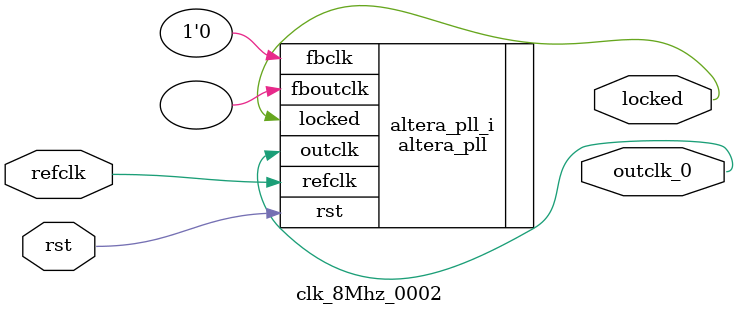
<source format=v>
`timescale 1ns/10ps
module  clk_8Mhz_0002(

	// interface 'refclk'
	input wire refclk,

	// interface 'reset'
	input wire rst,

	// interface 'outclk0'
	output wire outclk_0,

	// interface 'locked'
	output wire locked
);

	altera_pll #(
		.fractional_vco_multiplier("false"),
		.reference_clock_frequency("50.0 MHz"),
		.operation_mode("direct"),
		.number_of_clocks(1),
		.output_clock_frequency0("8.000000 MHz"),
		.phase_shift0("0 ps"),
		.duty_cycle0(50),
		.output_clock_frequency1("0 MHz"),
		.phase_shift1("0 ps"),
		.duty_cycle1(50),
		.output_clock_frequency2("0 MHz"),
		.phase_shift2("0 ps"),
		.duty_cycle2(50),
		.output_clock_frequency3("0 MHz"),
		.phase_shift3("0 ps"),
		.duty_cycle3(50),
		.output_clock_frequency4("0 MHz"),
		.phase_shift4("0 ps"),
		.duty_cycle4(50),
		.output_clock_frequency5("0 MHz"),
		.phase_shift5("0 ps"),
		.duty_cycle5(50),
		.output_clock_frequency6("0 MHz"),
		.phase_shift6("0 ps"),
		.duty_cycle6(50),
		.output_clock_frequency7("0 MHz"),
		.phase_shift7("0 ps"),
		.duty_cycle7(50),
		.output_clock_frequency8("0 MHz"),
		.phase_shift8("0 ps"),
		.duty_cycle8(50),
		.output_clock_frequency9("0 MHz"),
		.phase_shift9("0 ps"),
		.duty_cycle9(50),
		.output_clock_frequency10("0 MHz"),
		.phase_shift10("0 ps"),
		.duty_cycle10(50),
		.output_clock_frequency11("0 MHz"),
		.phase_shift11("0 ps"),
		.duty_cycle11(50),
		.output_clock_frequency12("0 MHz"),
		.phase_shift12("0 ps"),
		.duty_cycle12(50),
		.output_clock_frequency13("0 MHz"),
		.phase_shift13("0 ps"),
		.duty_cycle13(50),
		.output_clock_frequency14("0 MHz"),
		.phase_shift14("0 ps"),
		.duty_cycle14(50),
		.output_clock_frequency15("0 MHz"),
		.phase_shift15("0 ps"),
		.duty_cycle15(50),
		.output_clock_frequency16("0 MHz"),
		.phase_shift16("0 ps"),
		.duty_cycle16(50),
		.output_clock_frequency17("0 MHz"),
		.phase_shift17("0 ps"),
		.duty_cycle17(50),
		.pll_type("General"),
		.pll_subtype("General")
	) altera_pll_i (
		.rst	(rst),
		.outclk	({outclk_0}),
		.locked	(locked),
		.fboutclk	( ),
		.fbclk	(1'b0),
		.refclk	(refclk)
	);
endmodule


</source>
